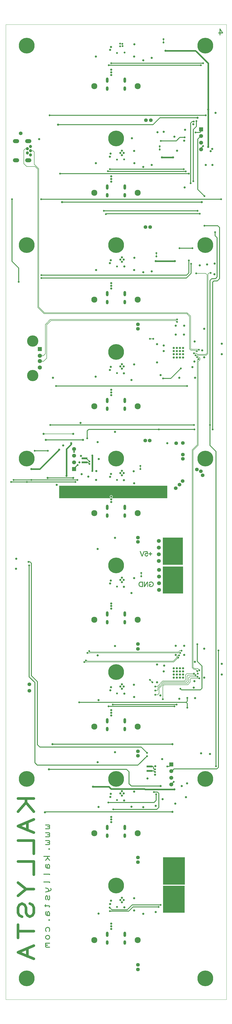
<source format=gbr>
%FSLAX35Y35*%
%MOIN*%
G04 EasyPC Gerber Version 18.0.8 Build 3632 *
%ADD20O,0.03937X0.06693*%
%ADD71O,0.03937X0.07874*%
%ADD15R,0.06299X0.06299*%
%ADD26C,0.00100*%
%ADD11C,0.00394*%
%ADD10C,0.00472*%
%ADD73C,0.00787*%
%ADD72C,0.00827*%
%ADD12C,0.01181*%
%ADD29C,0.02362*%
%ADD14C,0.02756*%
%ADD13C,0.03150*%
%ADD25C,0.03937*%
%ADD19C,0.04724*%
%ADD24C,0.05512*%
%ADD22C,0.05906*%
%ADD16C,0.06299*%
%ADD21C,0.09055*%
%ADD18C,0.11811*%
%ADD17C,0.16929*%
%ADD70O,0.09449X0.05906*%
%ADD23C,0.23622*%
%ADD28R,0.08661X0.03150*%
%ADD27R,0.05906X0.05906*%
X0Y0D02*
D02*
D10*
X78745Y177195D02*
X409454D01*
Y1637038*
X78745*
Y177195*
X235311Y927991D02*
G75*
G02X235514Y928150I1579J-1811D01*
G01*
G75*
G02X234488Y930118I1376J1969*
G01*
G75*
G02X239291I2402*
G01*
G75*
G02X238265Y928150I-2402*
G01*
G75*
G02X238469Y927991I-1376J-1970*
G01*
X320709*
Y946337*
X158741*
Y927991*
X235311*
G36*
G75*
G02X235514Y928150I1579J-1811*
G01*
G75*
G02X234488Y930118I1376J1969*
G01*
G75*
G02X239291I2402*
G01*
G75*
G02X238265Y928150I-2402*
G01*
G75*
G02X238469Y927991I-1376J-1970*
G01*
X320709*
Y946337*
X158741*
Y927991*
X235311*
G37*
X314253Y828542D02*
X343938D01*
Y868896*
X314253*
Y828542*
G36*
X343938*
Y868896*
X314253*
Y828542*
G37*
X314331Y785471D02*
X344253D01*
Y825550*
X314331*
Y785471*
G36*
X344253*
Y825550*
X314331*
Y785471*
G37*
X314450Y307321D02*
X346576D01*
Y347597*
X314450*
Y307321*
G36*
X346576*
Y347597*
X314450*
Y307321*
G37*
X314528Y349565D02*
X346772D01*
Y390156*
X314528*
Y349565*
G36*
X346772*
Y390156*
X314528*
Y349565*
G37*
D02*
D11*
X294055Y939567D02*
X292441D01*
X296614Y937008D02*
Y935394D01*
Y942126D02*
Y943740D01*
X299173Y939567D02*
X300787D01*
X302717Y939646D02*
X301102D01*
X305276Y937087D02*
Y935472D01*
Y942205D02*
Y943819D01*
X307835Y939646D02*
X309449D01*
X310984Y939882D02*
X309370D01*
X313543Y937323D02*
Y935709D01*
Y942441D02*
Y944055D01*
X316102Y939882D02*
X317717D01*
X317126Y325236D02*
X315512D01*
X317126Y372008D02*
X315512D01*
X317126Y803583D02*
X315512D01*
X317126Y850354D02*
X315512D01*
X318798Y336790D02*
X317657Y335649D01*
X318798Y344863D02*
X317657Y346005D01*
X318798Y352381D02*
X317657Y351239D01*
X318798Y360454D02*
X317657Y361595D01*
X318798Y815137D02*
X317657Y813995D01*
X318798Y823210D02*
X317657Y824351D01*
X318798Y830727D02*
X317657Y829586D01*
X318798Y838800D02*
X317657Y839942D01*
X320079Y862717D02*
X318465D01*
X320315Y383780D02*
X318701D01*
X320433Y791220D02*
X318819D01*
X320669Y314213D02*
X319055D01*
X322638Y860157D02*
Y858543D01*
Y865276D02*
Y866890D01*
X322835Y319528D02*
Y317913D01*
Y330945D02*
Y332559D01*
Y366299D02*
Y364685D01*
Y377717D02*
Y379331D01*
Y797874D02*
Y796260D01*
Y809291D02*
Y810906D01*
Y844646D02*
Y843031D01*
Y856063D02*
Y857677D01*
X322874Y381220D02*
Y379606D01*
Y386339D02*
Y387953D01*
X322992Y788661D02*
Y787047D01*
Y793780D02*
Y795394D01*
X323228Y311654D02*
Y310039D01*
Y316772D02*
Y318386D01*
X325197Y862717D02*
X326811D01*
X325433Y383780D02*
X327047D01*
X325551Y791220D02*
X327165D01*
X325787Y314213D02*
X327402D01*
X326871Y336790D02*
X328013Y335649D01*
X326871Y344863D02*
X328013Y346005D01*
X326871Y352381D02*
X328013Y351239D01*
X326871Y360454D02*
X328013Y361595D01*
X326871Y815137D02*
X328013Y813995D01*
X326871Y823210D02*
X328013Y824351D01*
X326871Y830727D02*
X328013Y829586D01*
X326871Y838800D02*
X328013Y839942D01*
X327992Y862717D02*
X326378D01*
X328110Y811220D02*
X326496D01*
X328110Y842520D02*
X326496D01*
X328465Y379685D02*
X326850D01*
X328543Y325236D02*
X330157D01*
X328543Y372008D02*
X330157D01*
X328543Y803583D02*
X330157D01*
X328543Y850354D02*
X330157D01*
X328661Y332835D02*
X327047D01*
X328819Y364213D02*
X327205D01*
X329173Y791220D02*
X327559D01*
X329291Y316535D02*
X327677D01*
X330551Y860157D02*
Y858543D01*
Y865276D02*
Y866890D01*
X330669Y808661D02*
Y807047D01*
Y813780D02*
Y815394D01*
Y839961D02*
Y838346D01*
Y845079D02*
Y846693D01*
X331024Y377126D02*
Y375512D01*
Y382244D02*
Y383858D01*
X331220Y330276D02*
Y328661D01*
Y335394D02*
Y337008D01*
X331339Y324685D02*
X329724D01*
X331378Y361654D02*
Y360039D01*
Y366772D02*
Y368386D01*
X331380Y351852D02*
X330238Y350711D01*
X331380Y355471D02*
X330238Y356612D01*
X331496Y819094D02*
X329882D01*
X331732Y788661D02*
Y787047D01*
Y793780D02*
Y795394D01*
X331850Y313976D02*
Y312362D01*
Y319094D02*
Y320709D01*
X331890Y803346D02*
X330276D01*
X332009Y342088D02*
X330868Y340947D01*
X332009Y345707D02*
X330868Y346848D01*
X332205Y372756D02*
X330591D01*
X332677Y834646D02*
X331063D01*
X333071Y850394D02*
X331457D01*
X333110Y862717D02*
X334724D01*
X333228Y811220D02*
X334843D01*
X333228Y842520D02*
X334843D01*
X333583Y379685D02*
X335197D01*
X333780Y332835D02*
X335394D01*
X333898Y322126D02*
Y320512D01*
Y327244D02*
Y328858D01*
X333937Y364213D02*
X335551D01*
X334055Y816535D02*
Y814921D01*
Y821654D02*
Y823268D01*
X334291Y791220D02*
X335906D01*
X334409Y316535D02*
X336024D01*
X334449Y800787D02*
Y799173D01*
Y805906D02*
Y807520D01*
X334488Y858268D02*
X332874D01*
X334764Y370197D02*
Y368583D01*
Y375315D02*
Y376929D01*
X334998Y351852D02*
X336140Y350711D01*
X334998Y355471D02*
X336140Y356612D01*
X335236Y832087D02*
Y830472D01*
Y837205D02*
Y838819D01*
X335433Y842913D02*
X333819D01*
X335472Y359882D02*
X333858D01*
X335512Y337283D02*
X333898D01*
X335591Y811220D02*
X333976D01*
X335628Y342088D02*
X336770Y340947D01*
X335628Y345707D02*
X336770Y346848D01*
X335630Y847835D02*
Y846220D01*
Y852953D02*
Y854567D01*
X336417Y795669D02*
X334803D01*
X336457Y324685D02*
X338071D01*
X336614Y819094D02*
X338228D01*
X337008Y803346D02*
X338622D01*
X337047Y855709D02*
Y854094D01*
Y860827D02*
Y862441D01*
X337087Y367441D02*
X335472D01*
X337244Y330000D02*
X335630D01*
X337323Y372756D02*
X338937D01*
X337795Y834646D02*
X339409D01*
X337992Y840354D02*
Y838740D01*
Y845472D02*
Y847087D01*
X338031Y357323D02*
Y355709D01*
Y362441D02*
Y364055D01*
X338071Y334724D02*
Y333110D01*
Y339843D02*
Y341457D01*
X338150Y808661D02*
Y807047D01*
Y813780D02*
Y815394D01*
X338189Y850394D02*
X339803D01*
X338976Y793110D02*
Y791496D01*
Y798228D02*
Y799843D01*
X339606Y858268D02*
X341220D01*
X339646Y364882D02*
Y363268D01*
Y370000D02*
Y371614D01*
X339803Y327441D02*
Y325827D01*
Y332559D02*
Y334173D01*
X340551Y842913D02*
X342165D01*
X340591Y359882D02*
X342205D01*
X340630Y337283D02*
X342244D01*
X340709Y811220D02*
X342323D01*
X341535Y795669D02*
X343150D01*
X342205Y367441D02*
X343819D01*
X342362Y330000D02*
X343976D01*
D02*
D12*
X98346Y1251850D02*
Y1272283D01*
X88268Y1282362*
Y1375591*
X110394Y951969D02*
X86811D01*
X112913Y832402D02*
X115276D01*
X117323Y830354*
Y662087*
X126181Y653228*
Y558740*
X129764Y555157*
X281850*
X290394Y546614*
X114016Y827165D02*
Y660197D01*
X122402Y651811*
Y533268*
X117165Y955157D02*
X90433D01*
X122205Y998740D02*
X142008D01*
X122402Y533268D02*
Y531811D01*
X125984Y528228*
X277047*
X290394Y541575*
X132047Y1375591D02*
X401535D01*
X132165Y1261811D02*
X349764D01*
X353150Y1265197*
Y1283740*
X132205Y1257362D02*
X349606D01*
X356693Y1264449*
Y1278858*
X138691Y438583D02*
X143858D01*
X144596Y437844*
Y436368*
X143858Y435630*
X141644*
X143858D02*
X144596Y434892D01*
Y433415*
X143858Y432677*
X138691*
Y426772D02*
X143858D01*
X144596Y426033*
Y424557*
X143858Y423819*
X141644*
X143858D02*
X144596Y423081D01*
Y421604*
X143858Y420866*
X138691*
Y414961D02*
X143858D01*
X144596Y414222*
Y412746*
X143858Y412008*
X141644*
X143858D02*
X144596Y411270D01*
Y409793*
X143858Y409055*
X138691*
X144596Y402411D02*
X143858Y401673D01*
X143120Y402411*
X143858Y403150*
X144596Y402411*
Y391339D02*
X135738D01*
X141644D02*
Y389124D01*
X138691Y385433*
X141644Y389124D02*
X144596Y385433D01*
X139429Y379528D02*
X138691Y378051D01*
Y375837*
X139429Y374360*
X140906Y373622*
X143120*
X143858Y374360*
X144596Y375837*
Y377313*
X143858Y378789*
X143120Y379528*
X142382*
X141644Y378789*
X140906Y377313*
Y375837*
X141644Y374360*
X142382Y373622*
X143120D02*
X144596D01*
Y364026D02*
Y364764D01*
X135738*
X144596Y352215D02*
Y352953D01*
X135738*
X138691Y344094D02*
X141644Y343356D01*
X143120Y341880*
Y340404*
X141644Y338927*
X138691Y338189*
X141644Y338927D02*
X144596Y339665D01*
X146073Y340404*
X146811Y341880*
X146073Y343356*
X143858Y332283D02*
X144596Y330807D01*
Y327854*
X143858Y326378*
X142382*
X141644Y327854*
Y330807*
X140906Y332283*
X139429*
X138691Y330807*
Y327854*
X139429Y326378*
X138691Y318996D02*
Y316043D01*
X137215Y317520D02*
X143858D01*
X144596Y316781*
Y316043*
X143858Y315305*
X139429Y308661D02*
X138691Y307185D01*
Y304970*
X139429Y303494*
X140906Y302756*
X143120*
X143858Y303494*
X144596Y304970*
Y306447*
X143858Y307923*
X143120Y308661*
X142382*
X141644Y307923*
X140906Y306447*
Y304970*
X141644Y303494*
X142382Y302756*
X143120D02*
X144596D01*
Y296112D02*
X143858Y295374D01*
X143120Y296112*
X143858Y296850*
X144596Y296112*
X139429Y279134D02*
X138691Y280610D01*
Y282825*
X139429Y284301*
X140906Y285039*
X142382*
X143858Y284301*
X144596Y282825*
Y280610*
X143858Y279134*
X142382Y273228D02*
X143858Y272490D01*
X144596Y271014*
Y269537*
X143858Y268061*
X142382Y267323*
X140906*
X139429Y268061*
X138691Y269537*
Y271014*
X139429Y272490*
X140906Y273228*
X142382*
X144596Y261417D02*
X138691D01*
X139429D02*
X138691Y260679D01*
Y259203*
X139429Y258465*
X141644*
X139429D02*
X138691Y257726D01*
Y256250*
X139429Y255512*
X144596*
X179921Y958110D02*
X141575D01*
X181339Y971575D02*
Y972283D01*
X186535Y977480*
X181339Y981575D02*
Y991575*
Y1001575*
Y997244D01*
X183071Y951969D02*
X110394D01*
X186220Y955157D02*
X117165D01*
X188976Y622205D02*
X349252D01*
X194646Y1014961D02*
X139016D01*
X197047Y981457D02*
X202008D01*
X204252Y979213*
X197047Y987480D02*
X199646D01*
X204252Y982874*
X200984Y1017480D02*
Y1028740D01*
X203071Y1030827*
X294291Y525984D02*
X299213D01*
X300197Y525000*
Y522756*
X300787Y522165*
X302244*
X302520Y521890*
X300945Y487717D02*
X306260D01*
X308071Y485906*
Y464685*
X305276Y461890*
X239843*
X302598Y517835D02*
X302362D01*
X300827Y519370*
X294370*
X294291Y519291*
X304331Y484291D02*
Y475433D01*
X301102Y472205*
X232598*
X308031Y315787D02*
X269449D01*
X263150Y309488*
X234803*
X308307Y1030827D02*
X203071D01*
X308307D02*
X361417D01*
X310748Y496791D02*
X267067D01*
X263622Y500236*
Y517992*
X259803Y521811*
X143622*
X310906Y318898D02*
X268307D01*
X260984Y311575*
X237874*
X234646Y314803*
X314567Y1107244D02*
X326181D01*
X341181Y1122244*
X320866Y526181D02*
X323780D01*
X326811Y529213*
Y509213D02*
Y519213*
X328504Y458031*
X137441D01*
Y457323*
X328504Y559409D02*
X148858D01*
X330630Y503228D02*
Y503031D01*
X326811Y499213*
X331654Y616063D02*
X232756D01*
Y616102*
X334803Y618937D02*
X239291D01*
X339173Y1302008D02*
X358504D01*
X345472Y1420472D02*
X234961D01*
X346969Y1467992D02*
X339528D01*
X334409Y1462874*
X311378*
X348504Y1417205D02*
X231732D01*
Y1417323*
X349252Y622205D02*
Y622008D01*
X350748Y620512*
Y613976*
X349252Y622205D02*
X349370D01*
X350906Y623740*
Y628622*
X350669Y1095866D02*
X154291D01*
X353307Y1413819D02*
X160236D01*
X360512Y1491693D02*
X358071D01*
X355906Y1489528*
Y1399331*
X360827Y1037283D02*
X145551D01*
X363189Y1475354D02*
X370039D01*
X371339Y1476654*
Y1479921*
X371496Y1480079*
X364449Y1492520D02*
Y1484488D01*
X359764Y1479803*
Y1402283*
X365827Y708976D02*
Y683543D01*
X372835Y676535*
Y643071*
X370551Y640787*
X342362*
X340669Y642480*
X366063Y1497441D02*
X310000D01*
X299606Y1487047*
X157165*
X366339Y1358071D02*
X225984D01*
X369488Y1353740D02*
X228740D01*
Y1353268*
X371299Y1576063D02*
X233150D01*
Y1576181*
X371496Y1450079D02*
Y1451890D01*
X374567Y1454961*
X371496Y1470079D02*
X371142D01*
X366575Y1465512*
Y1390079*
X376575Y1380079*
X371496Y1470079D02*
X372638Y1371063*
X163071D01*
X374567Y1579252D02*
X236772D01*
X376575Y1335866D02*
X396417D01*
X399291Y1332992*
Y1256378*
X395906Y1252992*
X390630*
X388819Y1251181*
Y1030827*
X378583Y1501102D02*
X144567D01*
X384961Y1037283D02*
Y1006654D01*
X393858Y997756*
Y553268*
X392441Y1326260D02*
Y1320906D01*
X395472Y1317874*
Y1258976*
X393071Y1256575*
X387598*
X384961Y1253937*
Y1037283*
X393858Y553268D02*
Y526417D01*
X397598Y699685D02*
Y524803D01*
X395079Y522283*
X330984*
X327913Y519213*
X326811*
X400049Y1621506D02*
Y1630364D01*
X403740Y1624459*
X397835*
D02*
D13*
X94213Y822244D03*
X94449Y837008D03*
X117165Y971575D03*
X128819Y1465394D03*
X135630Y1024213D03*
X137441Y457323D03*
X139016Y1014961D03*
X141575Y958110D03*
X143622Y521811D03*
X148858Y559409D03*
X149409Y1108189D03*
X155079Y947913D03*
X157165Y1487047D03*
X158780Y1000394D03*
X163071Y1371063D03*
X164961Y1006811D03*
X170000Y961024D03*
X176772Y1010276D03*
X179921Y958110D03*
Y1024173D03*
X189134Y981614D03*
X190787Y1040591D03*
X191457Y991181D03*
X192520Y963898D03*
X192795Y942520D03*
X194646Y1014961D03*
X202638Y960276D03*
X209488Y495709D03*
X213622Y1109646D03*
X213780Y1429331D03*
X213819Y1589173D03*
X214134Y1269488D03*
X214252Y955236D03*
X214528Y968583D03*
X216417Y532441D03*
Y692362D03*
Y851772D03*
Y1011654D03*
X218031Y305709D03*
Y465394D03*
Y625472D03*
X218386Y986457D03*
X234961Y1119843D03*
X235000Y1279921D03*
Y1439213D03*
X235236Y959764D03*
Y1599173D03*
X235276Y320039D03*
X235315Y800236D03*
X235394Y480472D03*
X235433Y639961D03*
X235906Y1443937D03*
X236063Y804606D03*
Y1284016D03*
X236299Y485039D03*
X236339Y1124370D03*
X236417Y325000D03*
X236457Y964173D03*
X236535Y644646D03*
X236654Y1603465D03*
X236890Y282874D03*
Y286811D03*
Y290748D03*
Y442717D03*
Y446654D03*
Y450591D03*
Y602559D03*
Y606496D03*
Y610433D03*
Y762402D03*
Y766339D03*
Y770276D03*
Y922244D03*
Y926181D03*
Y930118D03*
Y1082087D03*
Y1086024D03*
Y1089961D03*
Y1241929D03*
Y1245866D03*
Y1249803D03*
Y1401772D03*
Y1405709D03*
Y1409646D03*
Y1561614D03*
Y1565551D03*
Y1569488D03*
X242402Y547402D03*
Y706417D03*
Y868307D03*
Y1027244D03*
X250394Y325984D03*
Y485827D03*
Y645669D03*
Y805512D03*
Y965354D03*
Y1125197D03*
Y1285039D03*
Y1444882D03*
X252953Y322638D03*
Y329331D03*
Y482480D03*
Y489173D03*
Y642323D03*
Y649016D03*
Y802165D03*
Y808858D03*
Y962008D03*
Y968701D03*
Y1121850D03*
Y1128543D03*
Y1281693D03*
Y1288386D03*
Y1441535D03*
Y1448228D03*
X255512Y325984D03*
Y485827D03*
Y645669D03*
Y805512D03*
Y965354D03*
Y1125197D03*
Y1285039D03*
Y1444882D03*
X255945Y954921D03*
X255984Y1114843D03*
X256024Y795118D03*
X256220Y475236D03*
X256417Y635157D03*
X256457Y1274843D03*
X256535Y315236D03*
X267126Y1104764D03*
X267165Y465866D03*
Y785866D03*
X267835Y1466772D03*
X270669Y968110D03*
X271024Y648425D03*
X271063Y310433D03*
X271142Y328740D03*
Y808268D03*
Y1447638D03*
X271181Y488583D03*
Y950039D03*
Y1269488D03*
Y1589173D03*
X271299Y630118D03*
Y1127953D03*
X271417Y1429331D03*
X271496Y1607480D03*
X271693Y1287795D03*
X284764Y305512D03*
Y465157D03*
Y1265984D03*
Y1423898D03*
Y1583386D03*
X291220Y508189D03*
X297441Y1267520D03*
Y1426654D03*
Y1587244D03*
X302677Y513661D03*
X303031Y526378D03*
X303465Y308268D03*
Y467126D03*
Y1282874D03*
X305394Y652087D03*
Y678898D03*
Y1131024D03*
Y1158346D03*
X306299Y1475748D03*
X310433Y632441D03*
X310748Y496791D03*
X310866Y1111969D03*
X312992Y1438031D03*
X313386Y537244D03*
X314016Y477047D03*
X315433Y1156457D03*
X315512Y668465D03*
X315630Y1148150D03*
X315709Y1476339D03*
X316063Y676969D03*
X318110Y1597874D03*
X320906Y1010118D03*
X328504Y458031D03*
Y559409D03*
X329449Y1438031D03*
X330512Y659055D03*
Y663780D03*
Y668504D03*
Y673228D03*
Y1138583D03*
Y1143307D03*
Y1148031D03*
Y1152756D03*
X331654Y491693D03*
X331693Y1469213D03*
X332323Y1282874D03*
X332953Y470551D03*
X333583Y692992D03*
Y706890D03*
Y1186063D03*
X333701Y1172756D03*
X335236Y659055D03*
Y663780D03*
Y668504D03*
Y673228D03*
Y1138583D03*
Y1143307D03*
Y1148031D03*
Y1152756D03*
X335551Y1448110D03*
X339055Y627283D03*
Y1107992D03*
X339961Y659055D03*
Y663780D03*
Y668504D03*
Y673228D03*
Y1138583D03*
Y1143307D03*
Y1148031D03*
Y1152756D03*
X342520Y496791D03*
X344685Y659055D03*
Y663780D03*
Y668504D03*
Y673228D03*
Y1138583D03*
Y1143307D03*
Y1148031D03*
Y1152756D03*
X345984Y1172638D03*
X346142Y693110D03*
Y706772D03*
Y1186102D03*
X346378Y1463189D03*
X346969Y1392953D03*
X347441Y1479567D03*
X348937Y480157D03*
X350472Y500748D03*
X358622Y1123976D03*
X360039Y1487638D03*
X360709Y644213D03*
X361575Y1132598D03*
X361693Y653701D03*
X361732Y1162362D03*
X362283Y682795D03*
X362480Y628307D03*
Y1108150D03*
X366063Y1497441D03*
X369409Y1276348D03*
X371535Y545748D03*
X372638Y1371063D03*
X373268Y1149252D03*
X376181Y659134D03*
Y702323D03*
Y1138661D03*
Y1181496D03*
X378701Y1426772D03*
X380591Y1277913D03*
X382165Y1453780D03*
Y1509803D03*
X384921Y544921D03*
X385866Y1447539D03*
X388287Y1450866D03*
X388543Y1426772D03*
X391614Y1262953D03*
X391772Y1279213D03*
X393228Y1504803D03*
X402638Y663819D03*
Y679685D03*
Y1143465D03*
Y1159252D03*
D02*
D14*
X86811Y951969D03*
X88268Y1375591D03*
X90433Y955157D03*
X98346Y1251850D03*
X110394Y951969D03*
X112913Y832402D03*
X114016Y827165D03*
X117165Y955157D03*
X122205Y998740D03*
X132047Y1375591D03*
X132165Y1261811D03*
X132205Y1257362D03*
X142008Y998740D03*
X144567Y1501102D03*
X145551Y1037283D03*
X154291Y1095866D03*
X160236Y1413819D03*
X181339Y981575D03*
Y991575D03*
Y997244D03*
X183071Y951969D03*
X186220Y955157D03*
X186535Y977480D03*
X188976Y622205D03*
X196417Y682323D03*
X198898Y684724D03*
X200984Y1017480D03*
X201220Y696024D03*
X203858Y698661D03*
X204252Y979213D03*
Y982874D03*
X208583Y968346D03*
Y991811D03*
X225984Y1358071D03*
X228740Y1353268D03*
X231732Y1417323D03*
X232598Y472205D03*
X232756Y616102D03*
X233150Y1576181D03*
X234646Y314803D03*
X234803Y309488D03*
X234961Y1420472D03*
X236772Y1579252D03*
X239291Y618937D03*
X239843Y461890D03*
X245630Y315787D03*
Y475630D03*
Y635472D03*
Y795315D03*
Y955157D03*
Y1115000D03*
Y1274843D03*
Y1434685D03*
Y1594528D03*
X250276Y1604606D03*
Y1608307D03*
X253661Y1608268D03*
X253780Y1604646D03*
X256142Y1435197D03*
X257008Y1595118D03*
X280669Y971299D03*
Y976142D03*
X281811Y810630D03*
Y815630D03*
X290394Y541575D03*
Y546614D03*
X294921Y655748D03*
X295000Y1166299D03*
X298465Y652205D03*
X300000Y1166299D03*
X300945Y487717D03*
X302520Y521890D03*
X302598Y517835D03*
X302874Y639843D03*
X302913Y633465D03*
X303031Y645866D03*
X304331Y484291D03*
X304567Y1289921D03*
Y1294843D03*
X308031Y315787D03*
X308307Y1030827D03*
X309724Y1449646D03*
Y1454724D03*
X310906Y318898D03*
X311378Y1462874D03*
X314370Y626693D03*
X314567Y1107244D03*
X315079Y1610079D03*
Y1615236D03*
X320866Y526181D03*
X326811Y509213D03*
Y519213D03*
X330630Y503228D03*
X331654Y616063D03*
X334803Y618937D03*
X335472Y1191929D03*
X335591Y1195315D03*
X337323Y689094D03*
X338661Y692559D03*
X339173Y1302008D03*
X340157Y696024D03*
X340669Y642480D03*
X341181Y1122244D03*
X342205Y699331D03*
X345472Y1420472D03*
X346969Y1467992D03*
X348504Y1417205D03*
X350669Y1095866D03*
X350748Y613976D03*
X350906Y628622D03*
X353150Y1283740D03*
X353307Y1413819D03*
X355906Y1399331D03*
X356693Y1278858D03*
X358504Y1302008D03*
X359764Y1402283D03*
X360512Y1491693D03*
X360748Y665276D03*
X360827Y1037283D03*
X360945Y1144685D03*
X361417Y1030827D03*
X363110Y1141850D03*
X363189Y1475354D03*
X363346Y662756D03*
X364252Y1264488D03*
X364449Y1492520D03*
X365197Y1148189D03*
X365630Y1139094D03*
X365827Y708976D03*
X365866Y668622D03*
X366063Y660315D03*
X366339Y1358071D03*
X366535Y664961D03*
X367598Y1136220D03*
X368110Y1150039D03*
X368858Y657953D03*
X368898Y670236D03*
X369488Y1353740D03*
X371299Y1576063D03*
X371496Y1460079D03*
Y1470079D03*
X374567Y1454961D03*
Y1579252D03*
X376575Y1335866D03*
Y1380079D03*
X378583Y1501102D03*
X384961Y1037283D03*
X385748Y1265236D03*
X388819Y1030827D03*
X392441Y1326260D03*
X393858Y526417D03*
X397598Y699685D03*
X401535Y1375591D03*
D02*
D15*
X129795Y1150984D03*
D02*
D16*
Y1123425D03*
Y1133268D03*
Y1141142D03*
D02*
D17*
X119126Y1111339D03*
Y1163071D03*
D02*
D18*
X322835Y325236D03*
Y340827D03*
Y356417D03*
Y372008D03*
Y803583D03*
Y819173D03*
Y834764D03*
Y850354D03*
D02*
D19*
X111319Y1444882D03*
Y1451181D03*
X116043Y1441732D03*
Y1448031D03*
Y1454331D03*
D02*
D70*
X94193Y1433661D03*
Y1462402D03*
X112500Y1433661D03*
Y1462402D03*
D02*
D71*
X231004Y274902D03*
Y434744D03*
Y594587D03*
Y754429D03*
Y914272D03*
Y1074114D03*
Y1233957D03*
Y1393799D03*
Y1553642D03*
X257185Y274902D03*
Y434744D03*
Y594587D03*
Y754429D03*
Y914272D03*
Y1074114D03*
Y1233957D03*
Y1393799D03*
Y1553642D03*
D02*
D20*
X231004Y262500D03*
Y422343D03*
Y582185D03*
Y742028D03*
Y901870D03*
Y1061713D03*
Y1221555D03*
Y1381398D03*
Y1541240D03*
X257185Y262500D03*
Y422343D03*
Y582185D03*
Y742028D03*
Y901870D03*
Y1061713D03*
Y1221555D03*
Y1381398D03*
Y1541240D03*
D02*
D21*
X211516Y266122D03*
Y425965D03*
Y585807D03*
Y745650D03*
Y905492D03*
Y1065335D03*
Y1225177D03*
Y1385020D03*
Y1544862D03*
X276673Y266122D03*
Y425965D03*
Y585807D03*
Y745650D03*
Y905492D03*
Y1065335D03*
Y1225177D03*
Y1385020D03*
Y1544862D03*
D02*
D22*
X181339Y981575D03*
Y991575D03*
Y1001575D03*
X308268Y833819D03*
Y843819D03*
Y853819D03*
Y863819D03*
X308465Y790512D03*
Y800512D03*
Y810512D03*
Y820512D03*
X326811Y499213D03*
Y509213D03*
Y519213D03*
X371496Y1450079D03*
Y1460079D03*
Y1470079D03*
D02*
D23*
X110236Y208661D03*
Y507480D03*
Y987008D03*
Y1306693D03*
Y1605512D03*
X244094Y347638D03*
Y507480D03*
Y667323D03*
Y827165D03*
Y987008D03*
Y1146850D03*
Y1306693D03*
Y1466535D03*
X377953Y208661D03*
Y507480D03*
Y987008D03*
Y1306693D03*
Y1605512D03*
D02*
D24*
X101260Y1474213D03*
X114173Y639370D03*
Y649016D03*
X164488Y937087D03*
X182638D03*
X191535D03*
X199567D03*
X276929Y222205D03*
Y228976D03*
Y382717D03*
Y389843D03*
Y542126D03*
Y548898D03*
Y702008D03*
Y709291D03*
Y862362D03*
Y868858D03*
Y1181417D03*
Y1188031D03*
X287913Y1014252D03*
X288268Y1333937D03*
X289055Y1493780D03*
X294449Y1014252D03*
X295118Y1333937D03*
X296181Y1493780D03*
X296614Y939567D03*
X305276Y939646D03*
X313543Y939882D03*
X322638Y862717D03*
X322874Y383780D03*
X322992Y791220D03*
X323228Y314213D03*
X330551Y862717D03*
X330669Y811220D03*
Y842520D03*
X331024Y379685D03*
X331220Y332835D03*
X331378Y364213D03*
X331732Y791220D03*
X331850Y316535D03*
X333189Y353661D03*
X333661Y942913D03*
X333819Y343898D03*
X333898Y324685D03*
X334055Y819094D03*
X334252Y1010236D03*
X334449Y803346D03*
X334764Y372756D03*
X335236Y834646D03*
X335630Y850394D03*
X337047Y858268D03*
X337992Y842913D03*
X338031Y359882D03*
X338071Y337283D03*
X338150Y811220D03*
X338976Y795669D03*
X339173Y948228D03*
X339646Y367441D03*
X339803Y330000D03*
X343898Y953543D03*
X344094Y986811D03*
Y993110D03*
Y1010433D03*
X365157Y970748D03*
X371142Y967992D03*
X373937Y961969D03*
D02*
D25*
X120906Y478150D02*
X97283D01*
X109094D02*
Y472244D01*
X97283Y458465*
X109094Y472244D02*
X120906Y458465D01*
Y446654D02*
X97283Y436811D01*
X120906Y426969*
X111063Y442717D02*
Y430906D01*
X97283Y415157D02*
X120906D01*
Y395472*
X97283Y383661D02*
X120906D01*
Y363976*
Y342323D02*
X109094D01*
X97283Y352165*
X109094Y342323D02*
X97283Y332480D01*
X115000Y320669D02*
X118937Y318701D01*
X120906Y314764*
Y306890*
X118937Y302953*
X115000Y300984*
X111063Y302953*
X109094Y306890*
Y314764*
X107126Y318701*
X103189Y320669*
X99252Y318701*
X97283Y314764*
Y306890*
X99252Y302953*
X103189Y300984*
X120906Y279331D02*
X97283D01*
Y289173D02*
Y269488D01*
X120906Y257677D02*
X97283Y247835D01*
X120906Y237992*
X111063Y253740D02*
Y241929D01*
D02*
D26*
X295945Y842087D02*
Y844094D01*
X297953*
Y845039*
X295945*
Y847047*
X295000*
Y845039*
X292992*
Y844094*
X295000*
Y842087*
X295945*
X291929Y842913D02*
X290984Y843031D01*
X290866Y842441*
X290512Y842087*
X290039Y841850*
X289567Y841732*
X288858Y841850*
X288386Y842205*
X288031Y842677*
X287913Y843386*
X288031Y843976*
X288268Y844449*
X288858Y844803*
X289449Y844921*
X290276Y844803*
X290866Y844331*
X291811Y844449*
X290984Y848346*
X287323*
Y847402*
X290276*
X290630Y845276*
X289921Y845748*
X289213Y845866*
X288386Y845630*
X287677Y845157*
X287087Y844449*
X286969Y843386*
X287087Y842441*
X287559Y841732*
X288386Y841024*
X289567Y840787*
X290394Y840906*
X291220Y841378*
X291693Y842087*
X291929Y842913*
X283543Y840906D02*
X286614Y848465D01*
X285551*
X283543Y843031*
X283071Y841732*
X282717Y843031*
X280709Y848465*
X279646*
X282598Y840906*
X283543*
X289543Y840792D02*
X289600D01*
X289075Y840886D02*
X290256D01*
X282570Y840980D02*
X283573D01*
X288606D02*
X290523D01*
X282533Y841073D02*
X283611D01*
X288328D02*
X290687D01*
X282496Y841167D02*
X283650D01*
X288219D02*
X290851D01*
X282460Y841261D02*
X283687D01*
X288109D02*
X291015D01*
X282423Y841354D02*
X283726D01*
X288000D02*
X291179D01*
X282387Y841448D02*
X283764D01*
X287891D02*
X291267D01*
X282350Y841542D02*
X283802D01*
X287781D02*
X291330D01*
X282313Y841635D02*
X283840D01*
X287672D02*
X291392D01*
X282277Y841729D02*
X283878D01*
X287563D02*
X291455D01*
X282240Y841823D02*
X283046D01*
X283104D02*
X283916D01*
X287499D02*
X289024D01*
X289929D02*
X291517D01*
X282204Y841917D02*
X283020D01*
X283138D02*
X283954D01*
X287436D02*
X288770D01*
X290172D02*
X291580D01*
X282167Y842010D02*
X282995D01*
X283172D02*
X283992D01*
X287374D02*
X288645D01*
X290359D02*
X291642D01*
X282130Y842104D02*
X282970D01*
X283206D02*
X284030D01*
X287311D02*
X288520D01*
X290529D02*
X291698D01*
X295000D02*
X295945D01*
X282094Y842198D02*
X282944D01*
X283240D02*
X284068D01*
X287249D02*
X288395D01*
X290623D02*
X291725D01*
X295000D02*
X295945D01*
X282057Y842291D02*
X282919D01*
X283274D02*
X284106D01*
X287186D02*
X288321D01*
X290717D02*
X291752D01*
X295000D02*
X295945D01*
X282020Y842385D02*
X282893D01*
X283308D02*
X284144D01*
X287124D02*
X288250D01*
X290810D02*
X291778D01*
X295000D02*
X295945D01*
X281984Y842479D02*
X282867D01*
X283342D02*
X284182D01*
X287082D02*
X288180D01*
X290874D02*
X291805D01*
X295000D02*
X295945D01*
X281947Y842572D02*
X282842D01*
X283376D02*
X284220D01*
X287070D02*
X288110D01*
X290893D02*
X291832D01*
X295000D02*
X295945D01*
X281911Y842666D02*
X282816D01*
X283411D02*
X284259D01*
X287059D02*
X288040D01*
X290911D02*
X291859D01*
X295000D02*
X295945D01*
X281874Y842760D02*
X282791D01*
X283444D02*
X284296D01*
X287047D02*
X288018D01*
X290930D02*
X291885D01*
X295000D02*
X295945D01*
X281837Y842854D02*
X282765D01*
X283479D02*
X284335D01*
X287035D02*
X288002D01*
X290949D02*
X291912D01*
X295000D02*
X295945D01*
X281801Y842947D02*
X282739D01*
X283513D02*
X284373D01*
X287023D02*
X287987D01*
X290967D02*
X291658D01*
X295000D02*
X295945D01*
X281764Y843041D02*
X282713D01*
X283547D02*
X284411D01*
X287012D02*
X287971D01*
X295000D02*
X295945D01*
X281728Y843135D02*
X282678D01*
X283581D02*
X284449D01*
X287000D02*
X287955D01*
X295000D02*
X295945D01*
X281691Y843228D02*
X282644D01*
X283616D02*
X284487D01*
X286988D02*
X287940D01*
X295000D02*
X295945D01*
X281654Y843322D02*
X282609D01*
X283651D02*
X284525D01*
X286976D02*
X287924D01*
X295000D02*
X295945D01*
X281618Y843416D02*
X282574D01*
X283685D02*
X284563D01*
X286972D02*
X287919D01*
X295000D02*
X295945D01*
X281581Y843509D02*
X282540D01*
X283720D02*
X284601D01*
X286982D02*
X287938D01*
X295000D02*
X295945D01*
X281544Y843603D02*
X282505D01*
X283755D02*
X284639D01*
X286993D02*
X287957D01*
X295000D02*
X295945D01*
X281508Y843697D02*
X282470D01*
X283789D02*
X284677D01*
X287003D02*
X287976D01*
X295000D02*
X295945D01*
X281472Y843791D02*
X282436D01*
X283824D02*
X284715D01*
X287013D02*
X287994D01*
X295000D02*
X295945D01*
X281435Y843884D02*
X282402D01*
X283858D02*
X284754D01*
X287024D02*
X288013D01*
X295000D02*
X295945D01*
X281398Y843978D02*
X282367D01*
X283893D02*
X284791D01*
X287034D02*
X288032D01*
X295000D02*
X295945D01*
X281362Y844072D02*
X282332D01*
X283928D02*
X284830D01*
X287045D02*
X288079D01*
X295000D02*
X295945D01*
X281325Y844165D02*
X282298D01*
X283962D02*
X284868D01*
X287055D02*
X288126D01*
X292992D02*
X297953D01*
X281289Y844259D02*
X282263D01*
X283997D02*
X284906D01*
X287065D02*
X288173D01*
X292992D02*
X297953D01*
X281252Y844353D02*
X282228D01*
X284031D02*
X284944D01*
X287076D02*
X288220D01*
X290839D02*
X291043D01*
X292992D02*
X297953D01*
X281215Y844446D02*
X282194D01*
X284066D02*
X284982D01*
X287086D02*
X288267D01*
X290722D02*
X291792D01*
X292992D02*
X297953D01*
X281179Y844540D02*
X282159D01*
X284101D02*
X285020D01*
X287163D02*
X288420D01*
X290604D02*
X291792D01*
X292992D02*
X297953D01*
X281142Y844634D02*
X282124D01*
X284135D02*
X285058D01*
X287241D02*
X288576D01*
X290487D02*
X291772D01*
X292992D02*
X297953D01*
X281106Y844728D02*
X282090D01*
X284170D02*
X285096D01*
X287319D02*
X288732D01*
X290370D02*
X291752D01*
X292992D02*
X297953D01*
X281069Y844821D02*
X282055D01*
X284205D02*
X285134D01*
X287397D02*
X288949D01*
X290149D02*
X291732D01*
X292992D02*
X297953D01*
X281032Y844915D02*
X282020D01*
X284239D02*
X285172D01*
X287475D02*
X289417D01*
X289493D02*
X291712D01*
X292992D02*
X297953D01*
X280996Y845009D02*
X281986D01*
X284274D02*
X285210D01*
X287553D02*
X291692D01*
X292992D02*
X297953D01*
X280959Y845102D02*
X281951D01*
X284309D02*
X285248D01*
X287631D02*
X291672D01*
X295000D02*
X295945D01*
X280922Y845196D02*
X281917D01*
X284343D02*
X285286D01*
X287735D02*
X291652D01*
X295000D02*
X295945D01*
X280886Y845290D02*
X281882D01*
X284378D02*
X285324D01*
X287876D02*
X290609D01*
X290628D02*
X291633D01*
X295000D02*
X295945D01*
X280849Y845383D02*
X281847D01*
X284413D02*
X285363D01*
X288016D02*
X290468D01*
X290612D02*
X291613D01*
X295000D02*
X295945D01*
X280813Y845477D02*
X281813D01*
X284447D02*
X285400D01*
X288157D02*
X290328D01*
X290596D02*
X291593D01*
X295000D02*
X295945D01*
X280776Y845571D02*
X281778D01*
X284482D02*
X285439D01*
X288297D02*
X290187D01*
X290581D02*
X291573D01*
X295000D02*
X295945D01*
X280739Y845665D02*
X281743D01*
X284517D02*
X285477D01*
X288507D02*
X290046D01*
X290565D02*
X291553D01*
X295000D02*
X295945D01*
X280703Y845758D02*
X281709D01*
X284551D02*
X285515D01*
X288835D02*
X289860D01*
X290550D02*
X291533D01*
X295000D02*
X295945D01*
X280666Y845852D02*
X281674D01*
X284586D02*
X285553D01*
X289163D02*
X289298D01*
X290534D02*
X291513D01*
X295000D02*
X295945D01*
X280630Y845946D02*
X281639D01*
X284620D02*
X285591D01*
X290518D02*
X291494D01*
X295000D02*
X295945D01*
X280593Y846039D02*
X281605D01*
X284655D02*
X285629D01*
X290503D02*
X291474D01*
X295000D02*
X295945D01*
X280556Y846133D02*
X281570D01*
X284689D02*
X285667D01*
X290487D02*
X291454D01*
X295000D02*
X295945D01*
X280520Y846227D02*
X281536D01*
X284724D02*
X285705D01*
X290471D02*
X291434D01*
X295000D02*
X295945D01*
X280483Y846320D02*
X281501D01*
X284759D02*
X285743D01*
X290456D02*
X291414D01*
X295000D02*
X295945D01*
X280446Y846414D02*
X281467D01*
X284793D02*
X285781D01*
X290440D02*
X291394D01*
X295000D02*
X295945D01*
X280410Y846508D02*
X281432D01*
X284828D02*
X285819D01*
X290424D02*
X291374D01*
X295000D02*
X295945D01*
X280373Y846602D02*
X281397D01*
X284863D02*
X285857D01*
X290409D02*
X291354D01*
X295000D02*
X295945D01*
X280337Y846695D02*
X281363D01*
X284897D02*
X285895D01*
X290393D02*
X291335D01*
X295000D02*
X295945D01*
X280300Y846789D02*
X281328D01*
X284932D02*
X285933D01*
X290378D02*
X291315D01*
X295000D02*
X295945D01*
X280264Y846883D02*
X281293D01*
X284967D02*
X285972D01*
X290362D02*
X291295D01*
X295000D02*
X295945D01*
X280227Y846976D02*
X281259D01*
X285001D02*
X286009D01*
X290346D02*
X291275D01*
X295000D02*
X295945D01*
X280191Y847070D02*
X281224D01*
X285036D02*
X286048D01*
X290331D02*
X291255D01*
X280154Y847164D02*
X281189D01*
X285070D02*
X286086D01*
X290315D02*
X291235D01*
X280117Y847257D02*
X281155D01*
X285105D02*
X286124D01*
X290300D02*
X291215D01*
X280081Y847351D02*
X281120D01*
X285140D02*
X286162D01*
X290284D02*
X291195D01*
X280044Y847445D02*
X281085D01*
X285174D02*
X286200D01*
X287323D02*
X291176D01*
X280007Y847539D02*
X281051D01*
X285209D02*
X286238D01*
X287323D02*
X291156D01*
X279971Y847632D02*
X281016D01*
X285244D02*
X286276D01*
X287323D02*
X291136D01*
X279934Y847726D02*
X280981D01*
X285278D02*
X286314D01*
X287323D02*
X291116D01*
X279898Y847820D02*
X280947D01*
X285313D02*
X286352D01*
X287323D02*
X291096D01*
X279861Y847913D02*
X280912D01*
X285348D02*
X286390D01*
X287323D02*
X291076D01*
X279824Y848007D02*
X280878D01*
X285382D02*
X286428D01*
X287323D02*
X291056D01*
X279788Y848101D02*
X280843D01*
X285417D02*
X286467D01*
X287323D02*
X291036D01*
X279751Y848194D02*
X280809D01*
X285451D02*
X286504D01*
X287323D02*
X291017D01*
X279715Y848288D02*
X280774D01*
X285486D02*
X286543D01*
X287323D02*
X290996D01*
X279678Y848382D02*
X280739D01*
X285520D02*
X286581D01*
X296299Y798228D02*
Y799173D01*
X293228*
Y796339*
X293937Y795866*
X294764Y795394*
X295591Y795276*
X296299Y795157*
X297362Y795276*
X298307Y795630*
X299134Y796220*
X299724Y797047*
X300079Y797992*
X300197Y799055*
X300079Y800118*
X299724Y801063*
X299134Y801890*
X298425Y802480*
X297480Y802835*
X296417Y802953*
X295591Y802835*
X294882Y802717*
X294291Y802362*
X293937Y801890*
X293583Y801417*
X293346Y800709*
X294173Y800472*
X294409Y800945*
X294646Y801299*
X295000Y801535*
X295354Y801772*
X296417Y802008*
X297598Y801772*
X298425Y801299*
X298898Y800591*
X299134Y799764*
X299252Y799055*
X299134Y798110*
X298898Y797402*
X298425Y796811*
X297835Y796457*
X297126Y796220*
X296417Y796102*
X295709*
X295118Y796339*
X294528Y796575*
X294173Y796811*
Y798228*
X296299*
X291693Y795276D02*
Y802835D01*
X290630*
X286732Y796811*
Y802835*
X285787*
Y795276*
X286850*
X290748Y801299*
Y795276*
X291693*
X284134D02*
Y802835D01*
X281535*
X280709*
X280118Y802717*
X279528Y802480*
X279055Y802126*
X278583Y801654*
X278110Y800827*
X277992Y800000*
X277874Y799055*
X278110Y797520*
X278346Y796929*
X278583Y796457*
X279291Y795748*
X280236Y795394*
X281417Y795276*
X284134*
X283189Y796220D02*
X281535D01*
X280827*
X280354Y796339*
X279646Y796693*
X279291Y797165*
X279055Y797638*
X278819Y798346*
Y799055*
X278937Y800118*
X279173Y800945*
X279646Y801417*
X280236Y801772*
X280709Y801890*
X281535*
X283189*
Y796220*
X296271Y795162D02*
X296342D01*
X295709Y795256D02*
X297185D01*
X280677Y795350D02*
X284134D01*
X285787D02*
X286898D01*
X290748D02*
X291693D01*
X295072D02*
X297559D01*
X280104Y795443D02*
X284134D01*
X285787D02*
X286959D01*
X290748D02*
X291693D01*
X294677D02*
X297809D01*
X279854Y795537D02*
X284134D01*
X285787D02*
X287020D01*
X290748D02*
X291693D01*
X294513D02*
X298059D01*
X279604Y795631D02*
X284134D01*
X285787D02*
X287080D01*
X290748D02*
X291693D01*
X294349D02*
X298308D01*
X279354Y795724D02*
X284134D01*
X285787D02*
X287141D01*
X290748D02*
X291693D01*
X294185D02*
X298439D01*
X279221Y795818D02*
X284134D01*
X285787D02*
X287202D01*
X290748D02*
X291693D01*
X294021D02*
X298570D01*
X279128Y795912D02*
X284134D01*
X285787D02*
X287262D01*
X290748D02*
X291693D01*
X293869D02*
X298702D01*
X279034Y796006D02*
X284134D01*
X285787D02*
X287323D01*
X290748D02*
X291693D01*
X293728D02*
X298833D01*
X278940Y796099D02*
X284134D01*
X285787D02*
X287383D01*
X290748D02*
X291693D01*
X293587D02*
X298964D01*
X278846Y796193D02*
X284134D01*
X285787D02*
X287444D01*
X290748D02*
X291693D01*
X293447D02*
X295482D01*
X296961D02*
X299095D01*
X278753Y796287D02*
X280562D01*
X283189D02*
X284134D01*
X285787D02*
X287505D01*
X290748D02*
X291693D01*
X293306D02*
X295248D01*
X297324D02*
X299181D01*
X278659Y796380D02*
X280271D01*
X283189D02*
X284134D01*
X285787D02*
X287565D01*
X290748D02*
X291693D01*
X293228D02*
X295014D01*
X297606D02*
X299248D01*
X278574Y796474D02*
X280083D01*
X283189D02*
X284134D01*
X285787D02*
X287626D01*
X290748D02*
X291693D01*
X293228D02*
X294780D01*
X297863D02*
X299315D01*
X278527Y796568D02*
X279896D01*
X283189D02*
X284134D01*
X285787D02*
X287687D01*
X290748D02*
X291693D01*
X293228D02*
X294545D01*
X298020D02*
X299382D01*
X278480Y796661D02*
X279709D01*
X283189D02*
X284134D01*
X285787D02*
X287747D01*
X290748D02*
X291693D01*
X293228D02*
X294398D01*
X298176D02*
X299449D01*
X278433Y796755D02*
X279599D01*
X283189D02*
X284134D01*
X285787D02*
X287808D01*
X290748D02*
X291693D01*
X293228D02*
X294257D01*
X298332D02*
X299516D01*
X278387Y796849D02*
X279529D01*
X283189D02*
X284134D01*
X285787D02*
X286732D01*
X286757D02*
X287869D01*
X290748D02*
X291693D01*
X293228D02*
X294173D01*
X298456D02*
X299583D01*
X278341Y796943D02*
X279458D01*
X283189D02*
X284134D01*
X285787D02*
X286732D01*
X286817D02*
X287929D01*
X290748D02*
X291693D01*
X293228D02*
X294173D01*
X298530D02*
X299650D01*
X278304Y797036D02*
X279388D01*
X283189D02*
X284134D01*
X285787D02*
X286732D01*
X286878D02*
X287990D01*
X290748D02*
X291693D01*
X293228D02*
X294173D01*
X298606D02*
X299717D01*
X278266Y797130D02*
X279318D01*
X283189D02*
X284134D01*
X285787D02*
X286732D01*
X286939D02*
X288050D01*
X290748D02*
X291693D01*
X293228D02*
X294173D01*
X298680D02*
X299756D01*
X278229Y797224D02*
X279262D01*
X283189D02*
X284134D01*
X285787D02*
X286732D01*
X286999D02*
X288111D01*
X290748D02*
X291693D01*
X293228D02*
X294173D01*
X298755D02*
X299791D01*
X278191Y797317D02*
X279215D01*
X283189D02*
X284134D01*
X285787D02*
X286732D01*
X287060D02*
X288172D01*
X290748D02*
X291693D01*
X293228D02*
X294173D01*
X298830D02*
X299826D01*
X278154Y797411D02*
X279169D01*
X283189D02*
X284134D01*
X285787D02*
X286732D01*
X287120D02*
X288232D01*
X290748D02*
X291693D01*
X293228D02*
X294173D01*
X298901D02*
X299861D01*
X278116Y797505D02*
X279122D01*
X283189D02*
X284134D01*
X285787D02*
X286732D01*
X287181D02*
X288293D01*
X290748D02*
X291693D01*
X293228D02*
X294173D01*
X298932D02*
X299896D01*
X278098Y797598D02*
X279075D01*
X283189D02*
X284134D01*
X285787D02*
X286732D01*
X287242D02*
X288354D01*
X290748D02*
X291693D01*
X293228D02*
X294173D01*
X298963D02*
X299931D01*
X278084Y797692D02*
X279037D01*
X283189D02*
X284134D01*
X285787D02*
X286732D01*
X287302D02*
X288414D01*
X290748D02*
X291693D01*
X293228D02*
X294173D01*
X298994D02*
X299966D01*
X278069Y797786D02*
X279006D01*
X283189D02*
X284134D01*
X285787D02*
X286732D01*
X287363D02*
X288475D01*
X290748D02*
X291693D01*
X293228D02*
X294173D01*
X299026D02*
X300002D01*
X278055Y797880D02*
X278974D01*
X283189D02*
X284134D01*
X285787D02*
X286732D01*
X287424D02*
X288535D01*
X290748D02*
X291693D01*
X293228D02*
X294173D01*
X299057D02*
X300037D01*
X278041Y797973D02*
X278943D01*
X283189D02*
X284134D01*
X285787D02*
X286732D01*
X287484D02*
X288596D01*
X290748D02*
X291693D01*
X293228D02*
X294173D01*
X299088D02*
X300072D01*
X278026Y798067D02*
X278912D01*
X283189D02*
X284134D01*
X285787D02*
X286732D01*
X287545D02*
X288657D01*
X290748D02*
X291693D01*
X293228D02*
X294173D01*
X299119D02*
X300087D01*
X278012Y798161D02*
X278881D01*
X283189D02*
X284134D01*
X285787D02*
X286732D01*
X287606D02*
X288717D01*
X290748D02*
X291693D01*
X293228D02*
X294173D01*
X299140D02*
X300098D01*
X277997Y798254D02*
X278850D01*
X283189D02*
X284134D01*
X285787D02*
X286732D01*
X287666D02*
X288778D01*
X290748D02*
X291693D01*
X293228D02*
X296299D01*
X299152D02*
X300108D01*
X277983Y798348D02*
X278819D01*
X283189D02*
X284134D01*
X285787D02*
X286732D01*
X287727D02*
X288839D01*
X290748D02*
X291693D01*
X293228D02*
X296299D01*
X299163D02*
X300118D01*
X277969Y798442D02*
X278819D01*
X283189D02*
X284134D01*
X285787D02*
X286732D01*
X287787D02*
X288899D01*
X290748D02*
X291693D01*
X293228D02*
X296299D01*
X299175D02*
X300129D01*
X277954Y798535D02*
X278819D01*
X283189D02*
X284134D01*
X285787D02*
X286732D01*
X287848D02*
X288960D01*
X290748D02*
X291693D01*
X293228D02*
X296299D01*
X299187D02*
X300139D01*
X277939Y798629D02*
X278819D01*
X283189D02*
X284134D01*
X285787D02*
X286732D01*
X287909D02*
X289020D01*
X290748D02*
X291693D01*
X293228D02*
X296299D01*
X299199D02*
X300150D01*
X277925Y798723D02*
X278819D01*
X283189D02*
X284134D01*
X285787D02*
X286732D01*
X287969D02*
X289081D01*
X290748D02*
X291693D01*
X293228D02*
X296299D01*
X299210D02*
X300160D01*
X277911Y798817D02*
X278819D01*
X283189D02*
X284134D01*
X285787D02*
X286732D01*
X288030D02*
X289142D01*
X290748D02*
X291693D01*
X293228D02*
X296299D01*
X299222D02*
X300170D01*
X277896Y798910D02*
X278819D01*
X283189D02*
X284134D01*
X285787D02*
X286732D01*
X288091D02*
X289202D01*
X290748D02*
X291693D01*
X293228D02*
X296299D01*
X299234D02*
X300181D01*
X277882Y799004D02*
X278819D01*
X283189D02*
X284134D01*
X285787D02*
X286732D01*
X288151D02*
X289263D01*
X290748D02*
X291693D01*
X293228D02*
X296299D01*
X299246D02*
X300191D01*
X277879Y799098D02*
X278824D01*
X283189D02*
X284134D01*
X285787D02*
X286732D01*
X288212D02*
X289324D01*
X290748D02*
X291693D01*
X293228D02*
X296299D01*
X299245D02*
X300192D01*
X277891Y799191D02*
X278834D01*
X283189D02*
X284134D01*
X285787D02*
X286732D01*
X288272D02*
X289384D01*
X290748D02*
X291693D01*
X299229D02*
X300182D01*
X277903Y799285D02*
X278844D01*
X283189D02*
X284134D01*
X285787D02*
X286732D01*
X288333D02*
X289445D01*
X290748D02*
X291693D01*
X299214D02*
X300171D01*
X277915Y799379D02*
X278855D01*
X283189D02*
X284134D01*
X285787D02*
X286732D01*
X288394D02*
X289506D01*
X290748D02*
X291693D01*
X299198D02*
X300161D01*
X277926Y799472D02*
X278865D01*
X283189D02*
X284134D01*
X285787D02*
X286732D01*
X288454D02*
X289566D01*
X290748D02*
X291693D01*
X299182D02*
X300150D01*
X277938Y799566D02*
X278876D01*
X283189D02*
X284134D01*
X285787D02*
X286732D01*
X288515D02*
X289627D01*
X290748D02*
X291693D01*
X299167D02*
X300140D01*
X277950Y799660D02*
X278886D01*
X283189D02*
X284134D01*
X285787D02*
X286732D01*
X288576D02*
X289687D01*
X290748D02*
X291693D01*
X299151D02*
X300130D01*
X277961Y799754D02*
X278896D01*
X283189D02*
X284134D01*
X285787D02*
X286732D01*
X288636D02*
X289748D01*
X290748D02*
X291693D01*
X299135D02*
X300119D01*
X277973Y799847D02*
X278907D01*
X283189D02*
X284134D01*
X285787D02*
X286732D01*
X288697D02*
X289809D01*
X290748D02*
X291693D01*
X299110D02*
X300109D01*
X277985Y799941D02*
X278917D01*
X283189D02*
X284134D01*
X285787D02*
X286732D01*
X288757D02*
X289869D01*
X290748D02*
X291693D01*
X299083D02*
X300098D01*
X277997Y800035D02*
X278928D01*
X283189D02*
X284134D01*
X285787D02*
X286732D01*
X288818D02*
X289930D01*
X290748D02*
X291693D01*
X299056D02*
X300088D01*
X278011Y800128D02*
X278940D01*
X283189D02*
X284134D01*
X285787D02*
X286732D01*
X288879D02*
X289991D01*
X290748D02*
X291693D01*
X299030D02*
X300075D01*
X278024Y800222D02*
X278967D01*
X283189D02*
X284134D01*
X285787D02*
X286732D01*
X288939D02*
X290051D01*
X290748D02*
X291693D01*
X299003D02*
X300040D01*
X278037Y800316D02*
X278993D01*
X283189D02*
X284134D01*
X285787D02*
X286732D01*
X289000D02*
X290112D01*
X290748D02*
X291693D01*
X298976D02*
X300005D01*
X278051Y800409D02*
X279020D01*
X283189D02*
X284134D01*
X285787D02*
X286732D01*
X289061D02*
X290172D01*
X290748D02*
X291693D01*
X298949D02*
X299969D01*
X278064Y800503D02*
X279047D01*
X283189D02*
X284134D01*
X285787D02*
X286732D01*
X289121D02*
X290233D01*
X290748D02*
X291693D01*
X294066D02*
X294189D01*
X298922D02*
X299934D01*
X278078Y800597D02*
X279074D01*
X283189D02*
X284134D01*
X285787D02*
X286732D01*
X289182D02*
X290294D01*
X290748D02*
X291693D01*
X293738D02*
X294235D01*
X298893D02*
X299899D01*
X278091Y800691D02*
X279100D01*
X283189D02*
X284134D01*
X285787D02*
X286732D01*
X289243D02*
X290354D01*
X290748D02*
X291693D01*
X293410D02*
X294282D01*
X298831D02*
X299864D01*
X278104Y800784D02*
X279127D01*
X283189D02*
X284134D01*
X285787D02*
X286732D01*
X289303D02*
X290415D01*
X290748D02*
X291693D01*
X293372D02*
X294329D01*
X298769D02*
X299829D01*
X278139Y800878D02*
X279154D01*
X283189D02*
X284134D01*
X285787D02*
X286732D01*
X289364D02*
X290476D01*
X290748D02*
X291693D01*
X293403D02*
X294376D01*
X298706D02*
X299794D01*
X278193Y800972D02*
X279200D01*
X283189D02*
X284134D01*
X285787D02*
X286732D01*
X289424D02*
X290536D01*
X290748D02*
X291693D01*
X293434D02*
X294427D01*
X298644D02*
X299759D01*
X278246Y801065D02*
X279294D01*
X283189D02*
X284134D01*
X285787D02*
X286732D01*
X289485D02*
X290597D01*
X290748D02*
X291693D01*
X293465D02*
X294490D01*
X298581D02*
X299723D01*
X278300Y801159D02*
X279387D01*
X283189D02*
X284134D01*
X285787D02*
X286732D01*
X289546D02*
X290657D01*
X290748D02*
X291693D01*
X293496D02*
X294552D01*
X298519D02*
X299656D01*
X278354Y801253D02*
X279481D01*
X283189D02*
X284134D01*
X285787D02*
X286732D01*
X289606D02*
X290718D01*
X290748D02*
X291693D01*
X293528D02*
X294615D01*
X298456D02*
X299589D01*
X278407Y801346D02*
X279575D01*
X283189D02*
X284134D01*
X285787D02*
X286732D01*
X289667D02*
X291693D01*
X293559D02*
X294717D01*
X298343D02*
X299522D01*
X278461Y801440D02*
X279684D01*
X283189D02*
X284134D01*
X285787D02*
X286732D01*
X289728D02*
X291693D01*
X293600D02*
X294857D01*
X298179D02*
X299455D01*
X278514Y801534D02*
X279840D01*
X283189D02*
X284134D01*
X285787D02*
X286732D01*
X289788D02*
X291693D01*
X293670D02*
X294998D01*
X298015D02*
X299388D01*
X278568Y801628D02*
X279996D01*
X283189D02*
X284134D01*
X285787D02*
X286732D01*
X289849D02*
X291693D01*
X293740D02*
X295138D01*
X297851D02*
X299321D01*
X278650Y801721D02*
X280152D01*
X283189D02*
X284134D01*
X285787D02*
X286732D01*
X289909D02*
X291693D01*
X293811D02*
X295279D01*
X297687D02*
X299254D01*
X278744Y801815D02*
X280409D01*
X283189D02*
X284134D01*
X285787D02*
X286732D01*
X289970D02*
X291693D01*
X293881D02*
X295549D01*
X297382D02*
X299187D01*
X278838Y801909D02*
X284134D01*
X285787D02*
X286732D01*
X290031D02*
X291693D01*
X293951D02*
X295971D01*
X296913D02*
X299111D01*
X278931Y802002D02*
X284134D01*
X285787D02*
X286732D01*
X290091D02*
X291693D01*
X294021D02*
X296393D01*
X296445D02*
X298999D01*
X279025Y802096D02*
X284134D01*
X285787D02*
X286732D01*
X290152D02*
X291693D01*
X294092D02*
X298886D01*
X279140Y802190D02*
X284134D01*
X285787D02*
X286732D01*
X290213D02*
X291693D01*
X294162D02*
X298774D01*
X279265Y802283D02*
X284134D01*
X285787D02*
X286732D01*
X290273D02*
X291693D01*
X294232D02*
X298661D01*
X279390Y802377D02*
X284134D01*
X285787D02*
X286732D01*
X290334D02*
X291693D01*
X294316D02*
X298549D01*
X279515Y802471D02*
X284134D01*
X285787D02*
X286732D01*
X290394D02*
X291693D01*
X294472D02*
X298437D01*
X279738Y802565D02*
X284134D01*
X285787D02*
X286732D01*
X290455D02*
X291693D01*
X294629D02*
X298200D01*
X279972Y802658D02*
X284134D01*
X285787D02*
X286732D01*
X290516D02*
X291693D01*
X294785D02*
X297951D01*
X280295Y802752D02*
X284134D01*
X285787D02*
X286732D01*
X290576D02*
X291693D01*
X295094D02*
X297701D01*
X295668Y802846D02*
X297381D01*
X296324Y802939D02*
X296538D01*
D02*
D27*
X181339Y971575D03*
X326811Y529213D03*
X371496Y1480079D03*
D02*
D28*
X197047Y981457D03*
Y987480D03*
X294291Y519291D03*
Y525984D03*
D02*
D29*
X117165Y971575D02*
X129961D01*
X158780Y1000394*
X176772Y1010276D02*
Y1008386D01*
X170000Y1001614*
Y961024*
X192795Y942520D02*
X208583Y991811*
Y968346D01*
X209488Y495709D02*
X233425D01*
X236535Y492598*
X286772*
X287677Y491693*
X331654*
X303465Y1282874D02*
X332323D01*
X312992Y1438031D02*
X329449D01*
X318110Y1597874D02*
X363268D01*
X382165Y1578976*
Y1509803*
Y1453780*
D02*
D72*
X280669Y971299D02*
Y976142D01*
X281811Y810630D02*
Y815630D01*
X298465Y652205D02*
X294921Y655748D01*
X300000Y1166299D02*
X295000D01*
X304567Y1289921D02*
Y1294843D01*
X309724Y1449646D02*
Y1454724D01*
X315079Y1610079D02*
Y1615236D01*
X335472Y1191929D02*
X333504Y1193898D01*
X146457*
X140157Y1187598*
Y1137559*
X135433Y1132835*
X130228*
X129795Y1133268*
X335591Y1195315D02*
X145630D01*
X138228Y1187913*
Y1144016*
X135354Y1141142*
X129795*
X337323Y689094D02*
X337283D01*
X330472Y682283*
X196457*
X196417Y682323*
X338661Y692559D02*
X337362D01*
X334921Y690118*
Y688740*
X329882Y683701*
X201260*
X200236Y684724*
X198898*
X340157Y696024D02*
X201220D01*
X342205Y699331D02*
X339646D01*
X337756Y697441*
X205079*
X203858Y698661*
X360945Y1144685D02*
X364764D01*
X366181Y1143268*
X378504*
X380394Y1145157*
Y1262441*
X378346Y1264488*
X364252*
X363110Y1141850D02*
X379094D01*
X381811Y1144567*
Y1263386*
X383583Y1265157*
X385669*
X385748Y1265236*
X365197Y1148189D02*
X363661D01*
X362638Y1149213*
X356496*
X354370Y1151339*
Y1199724*
X350118Y1203976*
X136339*
X126890Y1213425*
Y1420472*
X122913Y1424449*
X110276*
X105984Y1428740*
Y1448780*
X108386Y1451181*
X111319*
X365630Y1139094D02*
X368386D01*
X370039Y1137441*
Y1135079*
X367283Y1132323*
Y1007165*
X359567Y999449*
Y674606*
X361417Y672756*
X366417*
X368819Y670354*
Y670315*
X368898Y670236*
X367598Y1136220D02*
Y1135945D01*
X365866Y1134213*
Y1007756*
X358150Y1000039*
Y673976*
X360787Y671339*
X363543*
X365866Y669016*
Y668622*
X368110Y1150039D02*
X367047D01*
X366457Y1150630*
X357087*
X355787Y1151929*
Y1200315*
X350709Y1205394*
X136929*
X128307Y1214016*
Y1421102*
X121614Y1427795*
Y1446063*
X119449Y1448228*
X116240*
X116043Y1448031*
D02*
D73*
X179921Y1024173D02*
X135669D01*
X135630Y1024213*
X360748Y665276D02*
X350236D01*
X348228Y663268*
Y655591*
X346772Y654134*
X314370*
X306102Y645866*
X303031*
X363346Y662756D02*
X351811D01*
X350512Y661457*
Y654213*
X348622Y652323*
X315157*
X306732Y643898*
Y641142*
X305433Y639843*
X302874*
X366063Y660315D02*
X354528D01*
X352913Y658701*
Y653110*
X350236Y650433*
X315906*
X308425Y642953*
Y635394*
X306496Y633465*
X302913*
X368858Y657953D02*
X356417D01*
X355236Y656772*
Y652323*
X351457Y648543*
X316299*
X314370Y646614*
Y626693*
X371496Y1460079D02*
X0Y0*
M02*

</source>
